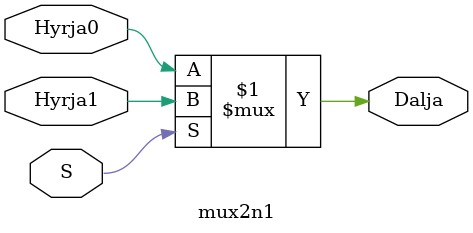
<source format=v>
`timescale 1ns / 1ps


module mux2n1(
    input Hyrja0,
    input Hyrja1,
    input S,
    output Dalja
    );
    
    assign Dalja = S ? Hyrja1 : Hyrja0;
endmodule

</source>
